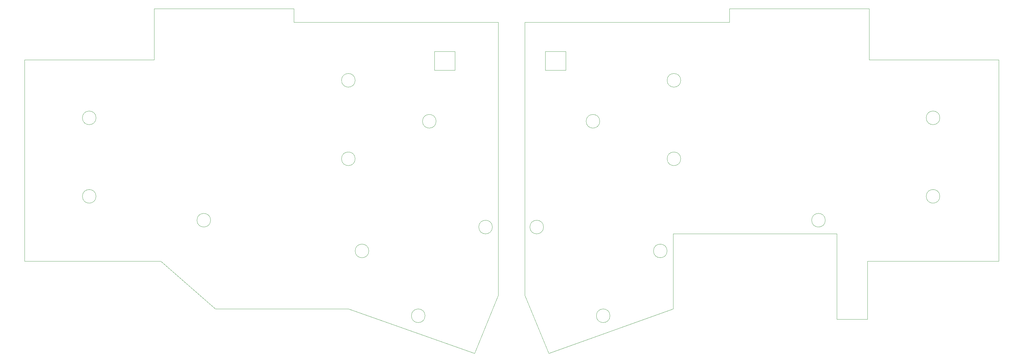
<source format=gm1>
%TF.GenerationSoftware,KiCad,Pcbnew,8.0.3*%
%TF.CreationDate,2024-12-16T00:17:53+09:00*%
%TF.ProjectId,manjaro_mx,6d616e6a-6172-46f5-9f6d-782e6b696361,rev?*%
%TF.SameCoordinates,Original*%
%TF.FileFunction,Profile,NP*%
%FSLAX46Y46*%
G04 Gerber Fmt 4.6, Leading zero omitted, Abs format (unit mm)*
G04 Created by KiCad (PCBNEW 8.0.3) date 2024-12-16 00:17:53*
%MOMM*%
%LPD*%
G01*
G04 APERTURE LIST*
%TA.AperFunction,Profile*%
%ADD10C,0.050000*%
%TD*%
G04 APERTURE END LIST*
D10*
X231000000Y-114000000D02*
X231000000Y-136000000D01*
X194500000Y-149000000D02*
X187500000Y-132000000D01*
X247500000Y-52000000D02*
X247500000Y-48000000D01*
X61750000Y-80000000D02*
G75*
G02*
X57750000Y-80000000I-2000000J0D01*
G01*
X57750000Y-80000000D02*
G75*
G02*
X61750000Y-80000000I2000000J0D01*
G01*
X119750000Y-52000000D02*
X119750000Y-48000000D01*
X288000000Y-122000000D02*
X288000000Y-139000000D01*
X119750000Y-52000000D02*
X179750000Y-52000000D01*
X309250000Y-80000000D02*
G75*
G02*
X305250000Y-80000000I-2000000J0D01*
G01*
X305250000Y-80000000D02*
G75*
G02*
X309250000Y-80000000I2000000J0D01*
G01*
X40750000Y-122000000D02*
X40750000Y-63000000D01*
X233250000Y-69000000D02*
G75*
G02*
X229250000Y-69000000I-2000000J0D01*
G01*
X229250000Y-69000000D02*
G75*
G02*
X233250000Y-69000000I2000000J0D01*
G01*
X179750000Y-52000000D02*
X179750000Y-132000000D01*
X288500000Y-63000000D02*
X326500000Y-63000000D01*
X233250000Y-92000000D02*
G75*
G02*
X229250000Y-92000000I-2000000J0D01*
G01*
X229250000Y-92000000D02*
G75*
G02*
X233250000Y-92000000I2000000J0D01*
G01*
X119750000Y-48000000D02*
X78750000Y-48000000D01*
X178000000Y-112000000D02*
G75*
G02*
X174000000Y-112000000I-2000000J0D01*
G01*
X174000000Y-112000000D02*
G75*
G02*
X178000000Y-112000000I2000000J0D01*
G01*
X326500000Y-63000000D02*
X326500000Y-122000000D01*
X212500000Y-138000000D02*
G75*
G02*
X208500000Y-138000000I-2000000J0D01*
G01*
X208500000Y-138000000D02*
G75*
G02*
X212500000Y-138000000I2000000J0D01*
G01*
X40750000Y-63000000D02*
X78750000Y-63000000D01*
X288500000Y-48000000D02*
X288500000Y-63000000D01*
X187500000Y-132000000D02*
X187500000Y-52000000D01*
X141750000Y-119000000D02*
G75*
G02*
X137750000Y-119000000I-2000000J0D01*
G01*
X137750000Y-119000000D02*
G75*
G02*
X141750000Y-119000000I2000000J0D01*
G01*
X309250000Y-103000000D02*
G75*
G02*
X305250000Y-103000000I-2000000J0D01*
G01*
X305250000Y-103000000D02*
G75*
G02*
X309250000Y-103000000I2000000J0D01*
G01*
X137750000Y-92000000D02*
G75*
G02*
X133750000Y-92000000I-2000000J0D01*
G01*
X133750000Y-92000000D02*
G75*
G02*
X137750000Y-92000000I2000000J0D01*
G01*
X193500000Y-60500000D02*
X199500000Y-60500000D01*
X199500000Y-66000000D01*
X193500000Y-66000000D01*
X193500000Y-60500000D01*
X95350000Y-110000000D02*
G75*
G02*
X91350000Y-110000000I-2000000J0D01*
G01*
X91350000Y-110000000D02*
G75*
G02*
X95350000Y-110000000I2000000J0D01*
G01*
X137750000Y-69000000D02*
G75*
G02*
X133750000Y-69000000I-2000000J0D01*
G01*
X133750000Y-69000000D02*
G75*
G02*
X137750000Y-69000000I2000000J0D01*
G01*
X326500000Y-122000000D02*
X288000000Y-122000000D01*
X187500000Y-52000000D02*
X247500000Y-52000000D01*
X279000000Y-139000000D02*
X279000000Y-114000000D01*
X61750000Y-103000000D02*
G75*
G02*
X57750000Y-103000000I-2000000J0D01*
G01*
X57750000Y-103000000D02*
G75*
G02*
X61750000Y-103000000I2000000J0D01*
G01*
X80750000Y-122000000D02*
X96750000Y-136000000D01*
X275650000Y-110000000D02*
G75*
G02*
X271650000Y-110000000I-2000000J0D01*
G01*
X271650000Y-110000000D02*
G75*
G02*
X275650000Y-110000000I2000000J0D01*
G01*
X40750000Y-122000000D02*
X80750000Y-122000000D01*
X279000000Y-114000000D02*
X231000000Y-114000000D01*
X78750000Y-48000000D02*
X78750000Y-63000000D01*
X135750000Y-136000000D02*
X172750000Y-149000000D01*
X209500000Y-81000000D02*
G75*
G02*
X205500000Y-81000000I-2000000J0D01*
G01*
X205500000Y-81000000D02*
G75*
G02*
X209500000Y-81000000I2000000J0D01*
G01*
X96750000Y-136000000D02*
X135750000Y-136000000D01*
X172750000Y-149000000D02*
X179750000Y-132000000D01*
X231000000Y-136000000D02*
X194500000Y-149000000D01*
X247500000Y-48000000D02*
X288500000Y-48000000D01*
X158250000Y-138000000D02*
G75*
G02*
X154250000Y-138000000I-2000000J0D01*
G01*
X154250000Y-138000000D02*
G75*
G02*
X158250000Y-138000000I2000000J0D01*
G01*
X288000000Y-139000000D02*
X279000000Y-139000000D01*
X161000000Y-60500000D02*
X167000000Y-60500000D01*
X167000000Y-66000000D01*
X161000000Y-66000000D01*
X161000000Y-60500000D01*
X193000000Y-112000000D02*
G75*
G02*
X189000000Y-112000000I-2000000J0D01*
G01*
X189000000Y-112000000D02*
G75*
G02*
X193000000Y-112000000I2000000J0D01*
G01*
X229250000Y-119000000D02*
G75*
G02*
X225250000Y-119000000I-2000000J0D01*
G01*
X225250000Y-119000000D02*
G75*
G02*
X229250000Y-119000000I2000000J0D01*
G01*
X161500000Y-81000000D02*
G75*
G02*
X157500000Y-81000000I-2000000J0D01*
G01*
X157500000Y-81000000D02*
G75*
G02*
X161500000Y-81000000I2000000J0D01*
G01*
M02*

</source>
